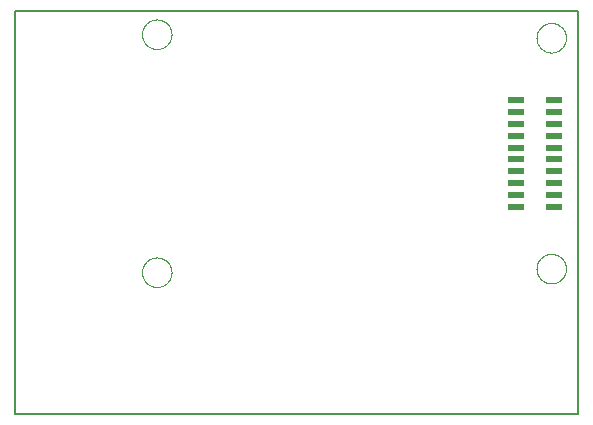
<source format=gtp>
G75*
%MOIN*%
%OFA0B0*%
%FSLAX25Y25*%
%IPPOS*%
%LPD*%
%AMOC8*
5,1,8,0,0,1.08239X$1,22.5*
%
%ADD10C,0.00600*%
%ADD11C,0.00000*%
%ADD12R,0.05400X0.02400*%
D10*
X0001300Y0034623D02*
X0001300Y0168875D01*
X0189095Y0168875D01*
X0189095Y0034623D01*
X0001300Y0034623D01*
D11*
X0043623Y0081867D02*
X0043625Y0082007D01*
X0043631Y0082147D01*
X0043641Y0082286D01*
X0043655Y0082425D01*
X0043673Y0082564D01*
X0043694Y0082702D01*
X0043720Y0082840D01*
X0043750Y0082977D01*
X0043783Y0083112D01*
X0043821Y0083247D01*
X0043862Y0083381D01*
X0043907Y0083514D01*
X0043955Y0083645D01*
X0044008Y0083774D01*
X0044064Y0083903D01*
X0044123Y0084029D01*
X0044187Y0084154D01*
X0044253Y0084277D01*
X0044324Y0084398D01*
X0044397Y0084517D01*
X0044474Y0084634D01*
X0044555Y0084748D01*
X0044638Y0084860D01*
X0044725Y0084970D01*
X0044815Y0085078D01*
X0044907Y0085182D01*
X0045003Y0085284D01*
X0045102Y0085384D01*
X0045203Y0085480D01*
X0045307Y0085574D01*
X0045414Y0085664D01*
X0045523Y0085751D01*
X0045635Y0085836D01*
X0045749Y0085917D01*
X0045865Y0085995D01*
X0045983Y0086069D01*
X0046104Y0086140D01*
X0046226Y0086208D01*
X0046351Y0086272D01*
X0046477Y0086333D01*
X0046604Y0086390D01*
X0046734Y0086443D01*
X0046865Y0086493D01*
X0046997Y0086538D01*
X0047130Y0086581D01*
X0047265Y0086619D01*
X0047400Y0086653D01*
X0047537Y0086684D01*
X0047674Y0086711D01*
X0047812Y0086733D01*
X0047951Y0086752D01*
X0048090Y0086767D01*
X0048229Y0086778D01*
X0048369Y0086785D01*
X0048509Y0086788D01*
X0048649Y0086787D01*
X0048789Y0086782D01*
X0048928Y0086773D01*
X0049068Y0086760D01*
X0049207Y0086743D01*
X0049345Y0086722D01*
X0049483Y0086698D01*
X0049620Y0086669D01*
X0049756Y0086637D01*
X0049891Y0086600D01*
X0050025Y0086560D01*
X0050158Y0086516D01*
X0050289Y0086468D01*
X0050419Y0086417D01*
X0050548Y0086362D01*
X0050675Y0086303D01*
X0050800Y0086240D01*
X0050923Y0086175D01*
X0051045Y0086105D01*
X0051164Y0086032D01*
X0051282Y0085956D01*
X0051397Y0085877D01*
X0051510Y0085794D01*
X0051620Y0085708D01*
X0051728Y0085619D01*
X0051833Y0085527D01*
X0051936Y0085432D01*
X0052036Y0085334D01*
X0052133Y0085234D01*
X0052227Y0085130D01*
X0052319Y0085024D01*
X0052407Y0084916D01*
X0052492Y0084805D01*
X0052574Y0084691D01*
X0052653Y0084575D01*
X0052728Y0084458D01*
X0052800Y0084338D01*
X0052868Y0084216D01*
X0052933Y0084092D01*
X0052995Y0083966D01*
X0053053Y0083839D01*
X0053107Y0083710D01*
X0053158Y0083579D01*
X0053204Y0083447D01*
X0053247Y0083314D01*
X0053287Y0083180D01*
X0053322Y0083045D01*
X0053354Y0082908D01*
X0053381Y0082771D01*
X0053405Y0082633D01*
X0053425Y0082495D01*
X0053441Y0082356D01*
X0053453Y0082216D01*
X0053461Y0082077D01*
X0053465Y0081937D01*
X0053465Y0081797D01*
X0053461Y0081657D01*
X0053453Y0081518D01*
X0053441Y0081378D01*
X0053425Y0081239D01*
X0053405Y0081101D01*
X0053381Y0080963D01*
X0053354Y0080826D01*
X0053322Y0080689D01*
X0053287Y0080554D01*
X0053247Y0080420D01*
X0053204Y0080287D01*
X0053158Y0080155D01*
X0053107Y0080024D01*
X0053053Y0079895D01*
X0052995Y0079768D01*
X0052933Y0079642D01*
X0052868Y0079518D01*
X0052800Y0079396D01*
X0052728Y0079276D01*
X0052653Y0079159D01*
X0052574Y0079043D01*
X0052492Y0078929D01*
X0052407Y0078818D01*
X0052319Y0078710D01*
X0052227Y0078604D01*
X0052133Y0078500D01*
X0052036Y0078400D01*
X0051936Y0078302D01*
X0051833Y0078207D01*
X0051728Y0078115D01*
X0051620Y0078026D01*
X0051510Y0077940D01*
X0051397Y0077857D01*
X0051282Y0077778D01*
X0051164Y0077702D01*
X0051045Y0077629D01*
X0050923Y0077559D01*
X0050800Y0077494D01*
X0050675Y0077431D01*
X0050548Y0077372D01*
X0050419Y0077317D01*
X0050289Y0077266D01*
X0050158Y0077218D01*
X0050025Y0077174D01*
X0049891Y0077134D01*
X0049756Y0077097D01*
X0049620Y0077065D01*
X0049483Y0077036D01*
X0049345Y0077012D01*
X0049207Y0076991D01*
X0049068Y0076974D01*
X0048928Y0076961D01*
X0048789Y0076952D01*
X0048649Y0076947D01*
X0048509Y0076946D01*
X0048369Y0076949D01*
X0048229Y0076956D01*
X0048090Y0076967D01*
X0047951Y0076982D01*
X0047812Y0077001D01*
X0047674Y0077023D01*
X0047537Y0077050D01*
X0047400Y0077081D01*
X0047265Y0077115D01*
X0047130Y0077153D01*
X0046997Y0077196D01*
X0046865Y0077241D01*
X0046734Y0077291D01*
X0046604Y0077344D01*
X0046477Y0077401D01*
X0046351Y0077462D01*
X0046226Y0077526D01*
X0046104Y0077594D01*
X0045983Y0077665D01*
X0045865Y0077739D01*
X0045749Y0077817D01*
X0045635Y0077898D01*
X0045523Y0077983D01*
X0045414Y0078070D01*
X0045307Y0078160D01*
X0045203Y0078254D01*
X0045102Y0078350D01*
X0045003Y0078450D01*
X0044907Y0078552D01*
X0044815Y0078656D01*
X0044725Y0078764D01*
X0044638Y0078874D01*
X0044555Y0078986D01*
X0044474Y0079100D01*
X0044397Y0079217D01*
X0044324Y0079336D01*
X0044253Y0079457D01*
X0044187Y0079580D01*
X0044123Y0079705D01*
X0044064Y0079831D01*
X0044008Y0079960D01*
X0043955Y0080089D01*
X0043907Y0080220D01*
X0043862Y0080353D01*
X0043821Y0080487D01*
X0043783Y0080622D01*
X0043750Y0080757D01*
X0043720Y0080894D01*
X0043694Y0081032D01*
X0043673Y0081170D01*
X0043655Y0081309D01*
X0043641Y0081448D01*
X0043631Y0081587D01*
X0043625Y0081727D01*
X0043623Y0081867D01*
X0043623Y0161198D02*
X0043625Y0161338D01*
X0043631Y0161478D01*
X0043641Y0161617D01*
X0043655Y0161756D01*
X0043673Y0161895D01*
X0043694Y0162033D01*
X0043720Y0162171D01*
X0043750Y0162308D01*
X0043783Y0162443D01*
X0043821Y0162578D01*
X0043862Y0162712D01*
X0043907Y0162845D01*
X0043955Y0162976D01*
X0044008Y0163105D01*
X0044064Y0163234D01*
X0044123Y0163360D01*
X0044187Y0163485D01*
X0044253Y0163608D01*
X0044324Y0163729D01*
X0044397Y0163848D01*
X0044474Y0163965D01*
X0044555Y0164079D01*
X0044638Y0164191D01*
X0044725Y0164301D01*
X0044815Y0164409D01*
X0044907Y0164513D01*
X0045003Y0164615D01*
X0045102Y0164715D01*
X0045203Y0164811D01*
X0045307Y0164905D01*
X0045414Y0164995D01*
X0045523Y0165082D01*
X0045635Y0165167D01*
X0045749Y0165248D01*
X0045865Y0165326D01*
X0045983Y0165400D01*
X0046104Y0165471D01*
X0046226Y0165539D01*
X0046351Y0165603D01*
X0046477Y0165664D01*
X0046604Y0165721D01*
X0046734Y0165774D01*
X0046865Y0165824D01*
X0046997Y0165869D01*
X0047130Y0165912D01*
X0047265Y0165950D01*
X0047400Y0165984D01*
X0047537Y0166015D01*
X0047674Y0166042D01*
X0047812Y0166064D01*
X0047951Y0166083D01*
X0048090Y0166098D01*
X0048229Y0166109D01*
X0048369Y0166116D01*
X0048509Y0166119D01*
X0048649Y0166118D01*
X0048789Y0166113D01*
X0048928Y0166104D01*
X0049068Y0166091D01*
X0049207Y0166074D01*
X0049345Y0166053D01*
X0049483Y0166029D01*
X0049620Y0166000D01*
X0049756Y0165968D01*
X0049891Y0165931D01*
X0050025Y0165891D01*
X0050158Y0165847D01*
X0050289Y0165799D01*
X0050419Y0165748D01*
X0050548Y0165693D01*
X0050675Y0165634D01*
X0050800Y0165571D01*
X0050923Y0165506D01*
X0051045Y0165436D01*
X0051164Y0165363D01*
X0051282Y0165287D01*
X0051397Y0165208D01*
X0051510Y0165125D01*
X0051620Y0165039D01*
X0051728Y0164950D01*
X0051833Y0164858D01*
X0051936Y0164763D01*
X0052036Y0164665D01*
X0052133Y0164565D01*
X0052227Y0164461D01*
X0052319Y0164355D01*
X0052407Y0164247D01*
X0052492Y0164136D01*
X0052574Y0164022D01*
X0052653Y0163906D01*
X0052728Y0163789D01*
X0052800Y0163669D01*
X0052868Y0163547D01*
X0052933Y0163423D01*
X0052995Y0163297D01*
X0053053Y0163170D01*
X0053107Y0163041D01*
X0053158Y0162910D01*
X0053204Y0162778D01*
X0053247Y0162645D01*
X0053287Y0162511D01*
X0053322Y0162376D01*
X0053354Y0162239D01*
X0053381Y0162102D01*
X0053405Y0161964D01*
X0053425Y0161826D01*
X0053441Y0161687D01*
X0053453Y0161547D01*
X0053461Y0161408D01*
X0053465Y0161268D01*
X0053465Y0161128D01*
X0053461Y0160988D01*
X0053453Y0160849D01*
X0053441Y0160709D01*
X0053425Y0160570D01*
X0053405Y0160432D01*
X0053381Y0160294D01*
X0053354Y0160157D01*
X0053322Y0160020D01*
X0053287Y0159885D01*
X0053247Y0159751D01*
X0053204Y0159618D01*
X0053158Y0159486D01*
X0053107Y0159355D01*
X0053053Y0159226D01*
X0052995Y0159099D01*
X0052933Y0158973D01*
X0052868Y0158849D01*
X0052800Y0158727D01*
X0052728Y0158607D01*
X0052653Y0158490D01*
X0052574Y0158374D01*
X0052492Y0158260D01*
X0052407Y0158149D01*
X0052319Y0158041D01*
X0052227Y0157935D01*
X0052133Y0157831D01*
X0052036Y0157731D01*
X0051936Y0157633D01*
X0051833Y0157538D01*
X0051728Y0157446D01*
X0051620Y0157357D01*
X0051510Y0157271D01*
X0051397Y0157188D01*
X0051282Y0157109D01*
X0051164Y0157033D01*
X0051045Y0156960D01*
X0050923Y0156890D01*
X0050800Y0156825D01*
X0050675Y0156762D01*
X0050548Y0156703D01*
X0050419Y0156648D01*
X0050289Y0156597D01*
X0050158Y0156549D01*
X0050025Y0156505D01*
X0049891Y0156465D01*
X0049756Y0156428D01*
X0049620Y0156396D01*
X0049483Y0156367D01*
X0049345Y0156343D01*
X0049207Y0156322D01*
X0049068Y0156305D01*
X0048928Y0156292D01*
X0048789Y0156283D01*
X0048649Y0156278D01*
X0048509Y0156277D01*
X0048369Y0156280D01*
X0048229Y0156287D01*
X0048090Y0156298D01*
X0047951Y0156313D01*
X0047812Y0156332D01*
X0047674Y0156354D01*
X0047537Y0156381D01*
X0047400Y0156412D01*
X0047265Y0156446D01*
X0047130Y0156484D01*
X0046997Y0156527D01*
X0046865Y0156572D01*
X0046734Y0156622D01*
X0046604Y0156675D01*
X0046477Y0156732D01*
X0046351Y0156793D01*
X0046226Y0156857D01*
X0046104Y0156925D01*
X0045983Y0156996D01*
X0045865Y0157070D01*
X0045749Y0157148D01*
X0045635Y0157229D01*
X0045523Y0157314D01*
X0045414Y0157401D01*
X0045307Y0157491D01*
X0045203Y0157585D01*
X0045102Y0157681D01*
X0045003Y0157781D01*
X0044907Y0157883D01*
X0044815Y0157987D01*
X0044725Y0158095D01*
X0044638Y0158205D01*
X0044555Y0158317D01*
X0044474Y0158431D01*
X0044397Y0158548D01*
X0044324Y0158667D01*
X0044253Y0158788D01*
X0044187Y0158911D01*
X0044123Y0159036D01*
X0044064Y0159162D01*
X0044008Y0159291D01*
X0043955Y0159420D01*
X0043907Y0159551D01*
X0043862Y0159684D01*
X0043821Y0159818D01*
X0043783Y0159953D01*
X0043750Y0160088D01*
X0043720Y0160225D01*
X0043694Y0160363D01*
X0043673Y0160501D01*
X0043655Y0160640D01*
X0043641Y0160779D01*
X0043631Y0160918D01*
X0043625Y0161058D01*
X0043623Y0161198D01*
X0175119Y0160017D02*
X0175121Y0160157D01*
X0175127Y0160297D01*
X0175137Y0160436D01*
X0175151Y0160575D01*
X0175169Y0160714D01*
X0175190Y0160852D01*
X0175216Y0160990D01*
X0175246Y0161127D01*
X0175279Y0161262D01*
X0175317Y0161397D01*
X0175358Y0161531D01*
X0175403Y0161664D01*
X0175451Y0161795D01*
X0175504Y0161924D01*
X0175560Y0162053D01*
X0175619Y0162179D01*
X0175683Y0162304D01*
X0175749Y0162427D01*
X0175820Y0162548D01*
X0175893Y0162667D01*
X0175970Y0162784D01*
X0176051Y0162898D01*
X0176134Y0163010D01*
X0176221Y0163120D01*
X0176311Y0163228D01*
X0176403Y0163332D01*
X0176499Y0163434D01*
X0176598Y0163534D01*
X0176699Y0163630D01*
X0176803Y0163724D01*
X0176910Y0163814D01*
X0177019Y0163901D01*
X0177131Y0163986D01*
X0177245Y0164067D01*
X0177361Y0164145D01*
X0177479Y0164219D01*
X0177600Y0164290D01*
X0177722Y0164358D01*
X0177847Y0164422D01*
X0177973Y0164483D01*
X0178100Y0164540D01*
X0178230Y0164593D01*
X0178361Y0164643D01*
X0178493Y0164688D01*
X0178626Y0164731D01*
X0178761Y0164769D01*
X0178896Y0164803D01*
X0179033Y0164834D01*
X0179170Y0164861D01*
X0179308Y0164883D01*
X0179447Y0164902D01*
X0179586Y0164917D01*
X0179725Y0164928D01*
X0179865Y0164935D01*
X0180005Y0164938D01*
X0180145Y0164937D01*
X0180285Y0164932D01*
X0180424Y0164923D01*
X0180564Y0164910D01*
X0180703Y0164893D01*
X0180841Y0164872D01*
X0180979Y0164848D01*
X0181116Y0164819D01*
X0181252Y0164787D01*
X0181387Y0164750D01*
X0181521Y0164710D01*
X0181654Y0164666D01*
X0181785Y0164618D01*
X0181915Y0164567D01*
X0182044Y0164512D01*
X0182171Y0164453D01*
X0182296Y0164390D01*
X0182419Y0164325D01*
X0182541Y0164255D01*
X0182660Y0164182D01*
X0182778Y0164106D01*
X0182893Y0164027D01*
X0183006Y0163944D01*
X0183116Y0163858D01*
X0183224Y0163769D01*
X0183329Y0163677D01*
X0183432Y0163582D01*
X0183532Y0163484D01*
X0183629Y0163384D01*
X0183723Y0163280D01*
X0183815Y0163174D01*
X0183903Y0163066D01*
X0183988Y0162955D01*
X0184070Y0162841D01*
X0184149Y0162725D01*
X0184224Y0162608D01*
X0184296Y0162488D01*
X0184364Y0162366D01*
X0184429Y0162242D01*
X0184491Y0162116D01*
X0184549Y0161989D01*
X0184603Y0161860D01*
X0184654Y0161729D01*
X0184700Y0161597D01*
X0184743Y0161464D01*
X0184783Y0161330D01*
X0184818Y0161195D01*
X0184850Y0161058D01*
X0184877Y0160921D01*
X0184901Y0160783D01*
X0184921Y0160645D01*
X0184937Y0160506D01*
X0184949Y0160366D01*
X0184957Y0160227D01*
X0184961Y0160087D01*
X0184961Y0159947D01*
X0184957Y0159807D01*
X0184949Y0159668D01*
X0184937Y0159528D01*
X0184921Y0159389D01*
X0184901Y0159251D01*
X0184877Y0159113D01*
X0184850Y0158976D01*
X0184818Y0158839D01*
X0184783Y0158704D01*
X0184743Y0158570D01*
X0184700Y0158437D01*
X0184654Y0158305D01*
X0184603Y0158174D01*
X0184549Y0158045D01*
X0184491Y0157918D01*
X0184429Y0157792D01*
X0184364Y0157668D01*
X0184296Y0157546D01*
X0184224Y0157426D01*
X0184149Y0157309D01*
X0184070Y0157193D01*
X0183988Y0157079D01*
X0183903Y0156968D01*
X0183815Y0156860D01*
X0183723Y0156754D01*
X0183629Y0156650D01*
X0183532Y0156550D01*
X0183432Y0156452D01*
X0183329Y0156357D01*
X0183224Y0156265D01*
X0183116Y0156176D01*
X0183006Y0156090D01*
X0182893Y0156007D01*
X0182778Y0155928D01*
X0182660Y0155852D01*
X0182541Y0155779D01*
X0182419Y0155709D01*
X0182296Y0155644D01*
X0182171Y0155581D01*
X0182044Y0155522D01*
X0181915Y0155467D01*
X0181785Y0155416D01*
X0181654Y0155368D01*
X0181521Y0155324D01*
X0181387Y0155284D01*
X0181252Y0155247D01*
X0181116Y0155215D01*
X0180979Y0155186D01*
X0180841Y0155162D01*
X0180703Y0155141D01*
X0180564Y0155124D01*
X0180424Y0155111D01*
X0180285Y0155102D01*
X0180145Y0155097D01*
X0180005Y0155096D01*
X0179865Y0155099D01*
X0179725Y0155106D01*
X0179586Y0155117D01*
X0179447Y0155132D01*
X0179308Y0155151D01*
X0179170Y0155173D01*
X0179033Y0155200D01*
X0178896Y0155231D01*
X0178761Y0155265D01*
X0178626Y0155303D01*
X0178493Y0155346D01*
X0178361Y0155391D01*
X0178230Y0155441D01*
X0178100Y0155494D01*
X0177973Y0155551D01*
X0177847Y0155612D01*
X0177722Y0155676D01*
X0177600Y0155744D01*
X0177479Y0155815D01*
X0177361Y0155889D01*
X0177245Y0155967D01*
X0177131Y0156048D01*
X0177019Y0156133D01*
X0176910Y0156220D01*
X0176803Y0156310D01*
X0176699Y0156404D01*
X0176598Y0156500D01*
X0176499Y0156600D01*
X0176403Y0156702D01*
X0176311Y0156806D01*
X0176221Y0156914D01*
X0176134Y0157024D01*
X0176051Y0157136D01*
X0175970Y0157250D01*
X0175893Y0157367D01*
X0175820Y0157486D01*
X0175749Y0157607D01*
X0175683Y0157730D01*
X0175619Y0157855D01*
X0175560Y0157981D01*
X0175504Y0158110D01*
X0175451Y0158239D01*
X0175403Y0158370D01*
X0175358Y0158503D01*
X0175317Y0158637D01*
X0175279Y0158772D01*
X0175246Y0158907D01*
X0175216Y0159044D01*
X0175190Y0159182D01*
X0175169Y0159320D01*
X0175151Y0159459D01*
X0175137Y0159598D01*
X0175127Y0159737D01*
X0175121Y0159877D01*
X0175119Y0160017D01*
X0175119Y0083048D02*
X0175121Y0083188D01*
X0175127Y0083328D01*
X0175137Y0083467D01*
X0175151Y0083606D01*
X0175169Y0083745D01*
X0175190Y0083883D01*
X0175216Y0084021D01*
X0175246Y0084158D01*
X0175279Y0084293D01*
X0175317Y0084428D01*
X0175358Y0084562D01*
X0175403Y0084695D01*
X0175451Y0084826D01*
X0175504Y0084955D01*
X0175560Y0085084D01*
X0175619Y0085210D01*
X0175683Y0085335D01*
X0175749Y0085458D01*
X0175820Y0085579D01*
X0175893Y0085698D01*
X0175970Y0085815D01*
X0176051Y0085929D01*
X0176134Y0086041D01*
X0176221Y0086151D01*
X0176311Y0086259D01*
X0176403Y0086363D01*
X0176499Y0086465D01*
X0176598Y0086565D01*
X0176699Y0086661D01*
X0176803Y0086755D01*
X0176910Y0086845D01*
X0177019Y0086932D01*
X0177131Y0087017D01*
X0177245Y0087098D01*
X0177361Y0087176D01*
X0177479Y0087250D01*
X0177600Y0087321D01*
X0177722Y0087389D01*
X0177847Y0087453D01*
X0177973Y0087514D01*
X0178100Y0087571D01*
X0178230Y0087624D01*
X0178361Y0087674D01*
X0178493Y0087719D01*
X0178626Y0087762D01*
X0178761Y0087800D01*
X0178896Y0087834D01*
X0179033Y0087865D01*
X0179170Y0087892D01*
X0179308Y0087914D01*
X0179447Y0087933D01*
X0179586Y0087948D01*
X0179725Y0087959D01*
X0179865Y0087966D01*
X0180005Y0087969D01*
X0180145Y0087968D01*
X0180285Y0087963D01*
X0180424Y0087954D01*
X0180564Y0087941D01*
X0180703Y0087924D01*
X0180841Y0087903D01*
X0180979Y0087879D01*
X0181116Y0087850D01*
X0181252Y0087818D01*
X0181387Y0087781D01*
X0181521Y0087741D01*
X0181654Y0087697D01*
X0181785Y0087649D01*
X0181915Y0087598D01*
X0182044Y0087543D01*
X0182171Y0087484D01*
X0182296Y0087421D01*
X0182419Y0087356D01*
X0182541Y0087286D01*
X0182660Y0087213D01*
X0182778Y0087137D01*
X0182893Y0087058D01*
X0183006Y0086975D01*
X0183116Y0086889D01*
X0183224Y0086800D01*
X0183329Y0086708D01*
X0183432Y0086613D01*
X0183532Y0086515D01*
X0183629Y0086415D01*
X0183723Y0086311D01*
X0183815Y0086205D01*
X0183903Y0086097D01*
X0183988Y0085986D01*
X0184070Y0085872D01*
X0184149Y0085756D01*
X0184224Y0085639D01*
X0184296Y0085519D01*
X0184364Y0085397D01*
X0184429Y0085273D01*
X0184491Y0085147D01*
X0184549Y0085020D01*
X0184603Y0084891D01*
X0184654Y0084760D01*
X0184700Y0084628D01*
X0184743Y0084495D01*
X0184783Y0084361D01*
X0184818Y0084226D01*
X0184850Y0084089D01*
X0184877Y0083952D01*
X0184901Y0083814D01*
X0184921Y0083676D01*
X0184937Y0083537D01*
X0184949Y0083397D01*
X0184957Y0083258D01*
X0184961Y0083118D01*
X0184961Y0082978D01*
X0184957Y0082838D01*
X0184949Y0082699D01*
X0184937Y0082559D01*
X0184921Y0082420D01*
X0184901Y0082282D01*
X0184877Y0082144D01*
X0184850Y0082007D01*
X0184818Y0081870D01*
X0184783Y0081735D01*
X0184743Y0081601D01*
X0184700Y0081468D01*
X0184654Y0081336D01*
X0184603Y0081205D01*
X0184549Y0081076D01*
X0184491Y0080949D01*
X0184429Y0080823D01*
X0184364Y0080699D01*
X0184296Y0080577D01*
X0184224Y0080457D01*
X0184149Y0080340D01*
X0184070Y0080224D01*
X0183988Y0080110D01*
X0183903Y0079999D01*
X0183815Y0079891D01*
X0183723Y0079785D01*
X0183629Y0079681D01*
X0183532Y0079581D01*
X0183432Y0079483D01*
X0183329Y0079388D01*
X0183224Y0079296D01*
X0183116Y0079207D01*
X0183006Y0079121D01*
X0182893Y0079038D01*
X0182778Y0078959D01*
X0182660Y0078883D01*
X0182541Y0078810D01*
X0182419Y0078740D01*
X0182296Y0078675D01*
X0182171Y0078612D01*
X0182044Y0078553D01*
X0181915Y0078498D01*
X0181785Y0078447D01*
X0181654Y0078399D01*
X0181521Y0078355D01*
X0181387Y0078315D01*
X0181252Y0078278D01*
X0181116Y0078246D01*
X0180979Y0078217D01*
X0180841Y0078193D01*
X0180703Y0078172D01*
X0180564Y0078155D01*
X0180424Y0078142D01*
X0180285Y0078133D01*
X0180145Y0078128D01*
X0180005Y0078127D01*
X0179865Y0078130D01*
X0179725Y0078137D01*
X0179586Y0078148D01*
X0179447Y0078163D01*
X0179308Y0078182D01*
X0179170Y0078204D01*
X0179033Y0078231D01*
X0178896Y0078262D01*
X0178761Y0078296D01*
X0178626Y0078334D01*
X0178493Y0078377D01*
X0178361Y0078422D01*
X0178230Y0078472D01*
X0178100Y0078525D01*
X0177973Y0078582D01*
X0177847Y0078643D01*
X0177722Y0078707D01*
X0177600Y0078775D01*
X0177479Y0078846D01*
X0177361Y0078920D01*
X0177245Y0078998D01*
X0177131Y0079079D01*
X0177019Y0079164D01*
X0176910Y0079251D01*
X0176803Y0079341D01*
X0176699Y0079435D01*
X0176598Y0079531D01*
X0176499Y0079631D01*
X0176403Y0079733D01*
X0176311Y0079837D01*
X0176221Y0079945D01*
X0176134Y0080055D01*
X0176051Y0080167D01*
X0175970Y0080281D01*
X0175893Y0080398D01*
X0175820Y0080517D01*
X0175749Y0080638D01*
X0175683Y0080761D01*
X0175619Y0080886D01*
X0175560Y0081012D01*
X0175504Y0081141D01*
X0175451Y0081270D01*
X0175403Y0081401D01*
X0175358Y0081534D01*
X0175317Y0081668D01*
X0175279Y0081803D01*
X0175246Y0081938D01*
X0175216Y0082075D01*
X0175190Y0082213D01*
X0175169Y0082351D01*
X0175151Y0082490D01*
X0175137Y0082629D01*
X0175127Y0082768D01*
X0175121Y0082908D01*
X0175119Y0083048D01*
D12*
X0180986Y0103704D03*
X0180986Y0107644D03*
X0180986Y0111584D03*
X0180986Y0115524D03*
X0180986Y0119464D03*
X0180986Y0123404D03*
X0180986Y0127344D03*
X0180986Y0131284D03*
X0180986Y0135224D03*
X0180986Y0139164D03*
X0168386Y0139164D03*
X0168386Y0135224D03*
X0168386Y0131284D03*
X0168386Y0127344D03*
X0168386Y0123404D03*
X0168386Y0119464D03*
X0168386Y0115524D03*
X0168386Y0111584D03*
X0168386Y0107644D03*
X0168386Y0103704D03*
M02*

</source>
